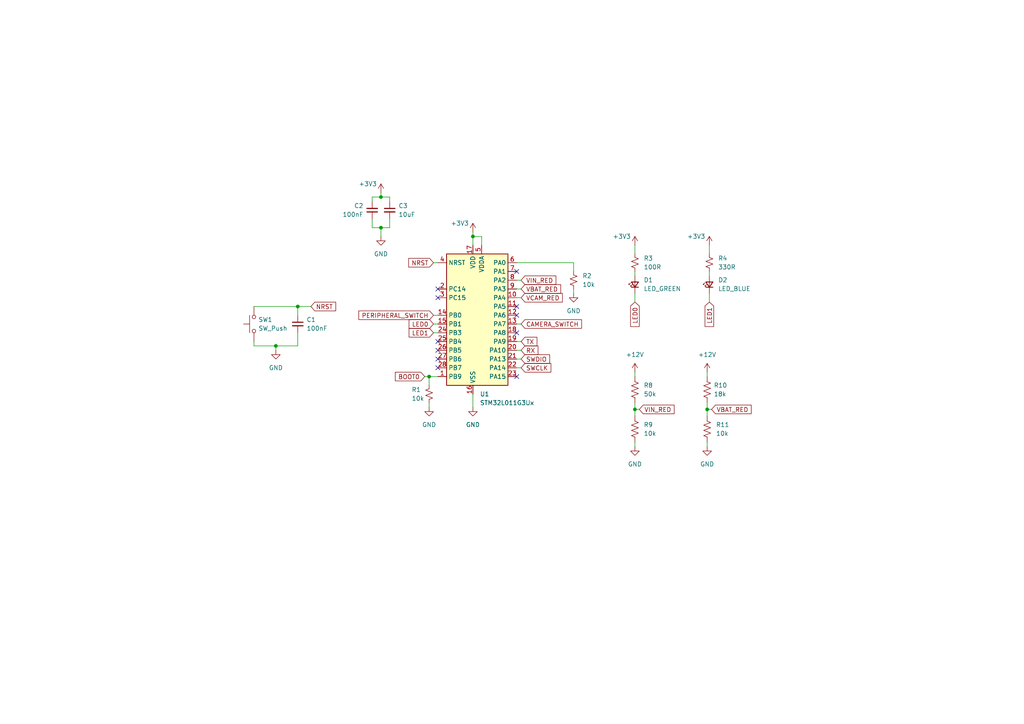
<source format=kicad_sch>
(kicad_sch (version 20211123) (generator eeschema)

  (uuid 75ffc65c-7132-4411-9f2a-ae0c73d79338)

  (paper "A4")

  (lib_symbols
    (symbol "Device:C_Small" (pin_numbers hide) (pin_names (offset 0.254) hide) (in_bom yes) (on_board yes)
      (property "Reference" "C" (id 0) (at 0.254 1.778 0)
        (effects (font (size 1.27 1.27)) (justify left))
      )
      (property "Value" "C_Small" (id 1) (at 0.254 -2.032 0)
        (effects (font (size 1.27 1.27)) (justify left))
      )
      (property "Footprint" "" (id 2) (at 0 0 0)
        (effects (font (size 1.27 1.27)) hide)
      )
      (property "Datasheet" "~" (id 3) (at 0 0 0)
        (effects (font (size 1.27 1.27)) hide)
      )
      (property "ki_keywords" "capacitor cap" (id 4) (at 0 0 0)
        (effects (font (size 1.27 1.27)) hide)
      )
      (property "ki_description" "Unpolarized capacitor, small symbol" (id 5) (at 0 0 0)
        (effects (font (size 1.27 1.27)) hide)
      )
      (property "ki_fp_filters" "C_*" (id 6) (at 0 0 0)
        (effects (font (size 1.27 1.27)) hide)
      )
      (symbol "C_Small_0_1"
        (polyline
          (pts
            (xy -1.524 -0.508)
            (xy 1.524 -0.508)
          )
          (stroke (width 0.3302) (type default) (color 0 0 0 0))
          (fill (type none))
        )
        (polyline
          (pts
            (xy -1.524 0.508)
            (xy 1.524 0.508)
          )
          (stroke (width 0.3048) (type default) (color 0 0 0 0))
          (fill (type none))
        )
      )
      (symbol "C_Small_1_1"
        (pin passive line (at 0 2.54 270) (length 2.032)
          (name "~" (effects (font (size 1.27 1.27))))
          (number "1" (effects (font (size 1.27 1.27))))
        )
        (pin passive line (at 0 -2.54 90) (length 2.032)
          (name "~" (effects (font (size 1.27 1.27))))
          (number "2" (effects (font (size 1.27 1.27))))
        )
      )
    )
    (symbol "Device:LED_Small" (pin_numbers hide) (pin_names (offset 0.254) hide) (in_bom yes) (on_board yes)
      (property "Reference" "D" (id 0) (at -1.27 3.175 0)
        (effects (font (size 1.27 1.27)) (justify left))
      )
      (property "Value" "LED_Small" (id 1) (at -4.445 -2.54 0)
        (effects (font (size 1.27 1.27)) (justify left))
      )
      (property "Footprint" "" (id 2) (at 0 0 90)
        (effects (font (size 1.27 1.27)) hide)
      )
      (property "Datasheet" "~" (id 3) (at 0 0 90)
        (effects (font (size 1.27 1.27)) hide)
      )
      (property "ki_keywords" "LED diode light-emitting-diode" (id 4) (at 0 0 0)
        (effects (font (size 1.27 1.27)) hide)
      )
      (property "ki_description" "Light emitting diode, small symbol" (id 5) (at 0 0 0)
        (effects (font (size 1.27 1.27)) hide)
      )
      (property "ki_fp_filters" "LED* LED_SMD:* LED_THT:*" (id 6) (at 0 0 0)
        (effects (font (size 1.27 1.27)) hide)
      )
      (symbol "LED_Small_0_1"
        (polyline
          (pts
            (xy -0.762 -1.016)
            (xy -0.762 1.016)
          )
          (stroke (width 0.254) (type default) (color 0 0 0 0))
          (fill (type none))
        )
        (polyline
          (pts
            (xy 1.016 0)
            (xy -0.762 0)
          )
          (stroke (width 0) (type default) (color 0 0 0 0))
          (fill (type none))
        )
        (polyline
          (pts
            (xy 0.762 -1.016)
            (xy -0.762 0)
            (xy 0.762 1.016)
            (xy 0.762 -1.016)
          )
          (stroke (width 0.254) (type default) (color 0 0 0 0))
          (fill (type none))
        )
        (polyline
          (pts
            (xy 0 0.762)
            (xy -0.508 1.27)
            (xy -0.254 1.27)
            (xy -0.508 1.27)
            (xy -0.508 1.016)
          )
          (stroke (width 0) (type default) (color 0 0 0 0))
          (fill (type none))
        )
        (polyline
          (pts
            (xy 0.508 1.27)
            (xy 0 1.778)
            (xy 0.254 1.778)
            (xy 0 1.778)
            (xy 0 1.524)
          )
          (stroke (width 0) (type default) (color 0 0 0 0))
          (fill (type none))
        )
      )
      (symbol "LED_Small_1_1"
        (pin passive line (at -2.54 0 0) (length 1.778)
          (name "K" (effects (font (size 1.27 1.27))))
          (number "1" (effects (font (size 1.27 1.27))))
        )
        (pin passive line (at 2.54 0 180) (length 1.778)
          (name "A" (effects (font (size 1.27 1.27))))
          (number "2" (effects (font (size 1.27 1.27))))
        )
      )
    )
    (symbol "Device:R_Small_US" (pin_numbers hide) (pin_names (offset 0.254) hide) (in_bom yes) (on_board yes)
      (property "Reference" "R" (id 0) (at 0.762 0.508 0)
        (effects (font (size 1.27 1.27)) (justify left))
      )
      (property "Value" "R_Small_US" (id 1) (at 0.762 -1.016 0)
        (effects (font (size 1.27 1.27)) (justify left))
      )
      (property "Footprint" "" (id 2) (at 0 0 0)
        (effects (font (size 1.27 1.27)) hide)
      )
      (property "Datasheet" "~" (id 3) (at 0 0 0)
        (effects (font (size 1.27 1.27)) hide)
      )
      (property "ki_keywords" "r resistor" (id 4) (at 0 0 0)
        (effects (font (size 1.27 1.27)) hide)
      )
      (property "ki_description" "Resistor, small US symbol" (id 5) (at 0 0 0)
        (effects (font (size 1.27 1.27)) hide)
      )
      (property "ki_fp_filters" "R_*" (id 6) (at 0 0 0)
        (effects (font (size 1.27 1.27)) hide)
      )
      (symbol "R_Small_US_1_1"
        (polyline
          (pts
            (xy 0 0)
            (xy 1.016 -0.381)
            (xy 0 -0.762)
            (xy -1.016 -1.143)
            (xy 0 -1.524)
          )
          (stroke (width 0) (type default) (color 0 0 0 0))
          (fill (type none))
        )
        (polyline
          (pts
            (xy 0 1.524)
            (xy 1.016 1.143)
            (xy 0 0.762)
            (xy -1.016 0.381)
            (xy 0 0)
          )
          (stroke (width 0) (type default) (color 0 0 0 0))
          (fill (type none))
        )
        (pin passive line (at 0 2.54 270) (length 1.016)
          (name "~" (effects (font (size 1.27 1.27))))
          (number "1" (effects (font (size 1.27 1.27))))
        )
        (pin passive line (at 0 -2.54 90) (length 1.016)
          (name "~" (effects (font (size 1.27 1.27))))
          (number "2" (effects (font (size 1.27 1.27))))
        )
      )
    )
    (symbol "Device:R_US" (pin_numbers hide) (pin_names (offset 0)) (in_bom yes) (on_board yes)
      (property "Reference" "R" (id 0) (at 2.54 0 90)
        (effects (font (size 1.27 1.27)))
      )
      (property "Value" "R_US" (id 1) (at -2.54 0 90)
        (effects (font (size 1.27 1.27)))
      )
      (property "Footprint" "" (id 2) (at 1.016 -0.254 90)
        (effects (font (size 1.27 1.27)) hide)
      )
      (property "Datasheet" "~" (id 3) (at 0 0 0)
        (effects (font (size 1.27 1.27)) hide)
      )
      (property "ki_keywords" "R res resistor" (id 4) (at 0 0 0)
        (effects (font (size 1.27 1.27)) hide)
      )
      (property "ki_description" "Resistor, US symbol" (id 5) (at 0 0 0)
        (effects (font (size 1.27 1.27)) hide)
      )
      (property "ki_fp_filters" "R_*" (id 6) (at 0 0 0)
        (effects (font (size 1.27 1.27)) hide)
      )
      (symbol "R_US_0_1"
        (polyline
          (pts
            (xy 0 -2.286)
            (xy 0 -2.54)
          )
          (stroke (width 0) (type default) (color 0 0 0 0))
          (fill (type none))
        )
        (polyline
          (pts
            (xy 0 2.286)
            (xy 0 2.54)
          )
          (stroke (width 0) (type default) (color 0 0 0 0))
          (fill (type none))
        )
        (polyline
          (pts
            (xy 0 -0.762)
            (xy 1.016 -1.143)
            (xy 0 -1.524)
            (xy -1.016 -1.905)
            (xy 0 -2.286)
          )
          (stroke (width 0) (type default) (color 0 0 0 0))
          (fill (type none))
        )
        (polyline
          (pts
            (xy 0 0.762)
            (xy 1.016 0.381)
            (xy 0 0)
            (xy -1.016 -0.381)
            (xy 0 -0.762)
          )
          (stroke (width 0) (type default) (color 0 0 0 0))
          (fill (type none))
        )
        (polyline
          (pts
            (xy 0 2.286)
            (xy 1.016 1.905)
            (xy 0 1.524)
            (xy -1.016 1.143)
            (xy 0 0.762)
          )
          (stroke (width 0) (type default) (color 0 0 0 0))
          (fill (type none))
        )
      )
      (symbol "R_US_1_1"
        (pin passive line (at 0 3.81 270) (length 1.27)
          (name "~" (effects (font (size 1.27 1.27))))
          (number "1" (effects (font (size 1.27 1.27))))
        )
        (pin passive line (at 0 -3.81 90) (length 1.27)
          (name "~" (effects (font (size 1.27 1.27))))
          (number "2" (effects (font (size 1.27 1.27))))
        )
      )
    )
    (symbol "MCU_ST_STM32L0:STM32L011G3Ux" (in_bom yes) (on_board yes)
      (property "Reference" "U" (id 0) (at -10.16 19.05 0)
        (effects (font (size 1.27 1.27)) (justify left))
      )
      (property "Value" "STM32L011G3Ux" (id 1) (at 2.54 19.05 0)
        (effects (font (size 1.27 1.27)) (justify left))
      )
      (property "Footprint" "Package_DFN_QFN:QFN-28_4x4mm_P0.5mm" (id 2) (at -10.16 -20.32 0)
        (effects (font (size 1.27 1.27)) (justify right) hide)
      )
      (property "Datasheet" "http://www.st.com/st-web-ui/static/active/en/resource/technical/document/datasheet/DM00206508.pdf" (id 3) (at 0 0 0)
        (effects (font (size 1.27 1.27)) hide)
      )
      (property "ki_keywords" "ARM Cortex-M0+ STM32L0 STM32L0x1" (id 4) (at 0 0 0)
        (effects (font (size 1.27 1.27)) hide)
      )
      (property "ki_description" "ARM Cortex-M0+ MCU, 8KB flash, 2KB RAM, 32MHz, 1.65-3.6V, 24 GPIO, UFQFPN-28" (id 5) (at 0 0 0)
        (effects (font (size 1.27 1.27)) hide)
      )
      (property "ki_fp_filters" "QFN*4x4mm*P0.5mm*" (id 6) (at 0 0 0)
        (effects (font (size 1.27 1.27)) hide)
      )
      (symbol "STM32L011G3Ux_0_1"
        (rectangle (start -10.16 -20.32) (end 7.62 17.78)
          (stroke (width 0.254) (type default) (color 0 0 0 0))
          (fill (type background))
        )
      )
      (symbol "STM32L011G3Ux_1_1"
        (pin bidirectional line (at -12.7 -17.78 0) (length 2.54)
          (name "PB9" (effects (font (size 1.27 1.27))))
          (number "1" (effects (font (size 1.27 1.27))))
        )
        (pin bidirectional line (at 10.16 5.08 180) (length 2.54)
          (name "PA4" (effects (font (size 1.27 1.27))))
          (number "10" (effects (font (size 1.27 1.27))))
        )
        (pin bidirectional line (at 10.16 2.54 180) (length 2.54)
          (name "PA5" (effects (font (size 1.27 1.27))))
          (number "11" (effects (font (size 1.27 1.27))))
        )
        (pin bidirectional line (at 10.16 0 180) (length 2.54)
          (name "PA6" (effects (font (size 1.27 1.27))))
          (number "12" (effects (font (size 1.27 1.27))))
        )
        (pin bidirectional line (at 10.16 -2.54 180) (length 2.54)
          (name "PA7" (effects (font (size 1.27 1.27))))
          (number "13" (effects (font (size 1.27 1.27))))
        )
        (pin bidirectional line (at -12.7 0 0) (length 2.54)
          (name "PB0" (effects (font (size 1.27 1.27))))
          (number "14" (effects (font (size 1.27 1.27))))
        )
        (pin bidirectional line (at -12.7 -2.54 0) (length 2.54)
          (name "PB1" (effects (font (size 1.27 1.27))))
          (number "15" (effects (font (size 1.27 1.27))))
        )
        (pin power_in line (at -2.54 -22.86 90) (length 2.54)
          (name "VSS" (effects (font (size 1.27 1.27))))
          (number "16" (effects (font (size 1.27 1.27))))
        )
        (pin power_in line (at -2.54 20.32 270) (length 2.54)
          (name "VDD" (effects (font (size 1.27 1.27))))
          (number "17" (effects (font (size 1.27 1.27))))
        )
        (pin bidirectional line (at 10.16 -5.08 180) (length 2.54)
          (name "PA8" (effects (font (size 1.27 1.27))))
          (number "18" (effects (font (size 1.27 1.27))))
        )
        (pin bidirectional line (at 10.16 -7.62 180) (length 2.54)
          (name "PA9" (effects (font (size 1.27 1.27))))
          (number "19" (effects (font (size 1.27 1.27))))
        )
        (pin bidirectional line (at -12.7 7.62 0) (length 2.54)
          (name "PC14" (effects (font (size 1.27 1.27))))
          (number "2" (effects (font (size 1.27 1.27))))
        )
        (pin bidirectional line (at 10.16 -10.16 180) (length 2.54)
          (name "PA10" (effects (font (size 1.27 1.27))))
          (number "20" (effects (font (size 1.27 1.27))))
        )
        (pin bidirectional line (at 10.16 -12.7 180) (length 2.54)
          (name "PA13" (effects (font (size 1.27 1.27))))
          (number "21" (effects (font (size 1.27 1.27))))
        )
        (pin bidirectional line (at 10.16 -15.24 180) (length 2.54)
          (name "PA14" (effects (font (size 1.27 1.27))))
          (number "22" (effects (font (size 1.27 1.27))))
        )
        (pin bidirectional line (at 10.16 -17.78 180) (length 2.54)
          (name "PA15" (effects (font (size 1.27 1.27))))
          (number "23" (effects (font (size 1.27 1.27))))
        )
        (pin bidirectional line (at -12.7 -5.08 0) (length 2.54)
          (name "PB3" (effects (font (size 1.27 1.27))))
          (number "24" (effects (font (size 1.27 1.27))))
        )
        (pin bidirectional line (at -12.7 -7.62 0) (length 2.54)
          (name "PB4" (effects (font (size 1.27 1.27))))
          (number "25" (effects (font (size 1.27 1.27))))
        )
        (pin bidirectional line (at -12.7 -10.16 0) (length 2.54)
          (name "PB5" (effects (font (size 1.27 1.27))))
          (number "26" (effects (font (size 1.27 1.27))))
        )
        (pin bidirectional line (at -12.7 -12.7 0) (length 2.54)
          (name "PB6" (effects (font (size 1.27 1.27))))
          (number "27" (effects (font (size 1.27 1.27))))
        )
        (pin bidirectional line (at -12.7 -15.24 0) (length 2.54)
          (name "PB7" (effects (font (size 1.27 1.27))))
          (number "28" (effects (font (size 1.27 1.27))))
        )
        (pin bidirectional line (at -12.7 5.08 0) (length 2.54)
          (name "PC15" (effects (font (size 1.27 1.27))))
          (number "3" (effects (font (size 1.27 1.27))))
        )
        (pin input line (at -12.7 15.24 0) (length 2.54)
          (name "NRST" (effects (font (size 1.27 1.27))))
          (number "4" (effects (font (size 1.27 1.27))))
        )
        (pin power_in line (at 0 20.32 270) (length 2.54)
          (name "VDDA" (effects (font (size 1.27 1.27))))
          (number "5" (effects (font (size 1.27 1.27))))
        )
        (pin bidirectional line (at 10.16 15.24 180) (length 2.54)
          (name "PA0" (effects (font (size 1.27 1.27))))
          (number "6" (effects (font (size 1.27 1.27))))
        )
        (pin bidirectional line (at 10.16 12.7 180) (length 2.54)
          (name "PA1" (effects (font (size 1.27 1.27))))
          (number "7" (effects (font (size 1.27 1.27))))
        )
        (pin bidirectional line (at 10.16 10.16 180) (length 2.54)
          (name "PA2" (effects (font (size 1.27 1.27))))
          (number "8" (effects (font (size 1.27 1.27))))
        )
        (pin bidirectional line (at 10.16 7.62 180) (length 2.54)
          (name "PA3" (effects (font (size 1.27 1.27))))
          (number "9" (effects (font (size 1.27 1.27))))
        )
      )
    )
    (symbol "Switch:SW_Push" (pin_numbers hide) (pin_names (offset 1.016) hide) (in_bom yes) (on_board yes)
      (property "Reference" "SW" (id 0) (at 1.27 2.54 0)
        (effects (font (size 1.27 1.27)) (justify left))
      )
      (property "Value" "SW_Push" (id 1) (at 0 -1.524 0)
        (effects (font (size 1.27 1.27)))
      )
      (property "Footprint" "" (id 2) (at 0 5.08 0)
        (effects (font (size 1.27 1.27)) hide)
      )
      (property "Datasheet" "~" (id 3) (at 0 5.08 0)
        (effects (font (size 1.27 1.27)) hide)
      )
      (property "ki_keywords" "switch normally-open pushbutton push-button" (id 4) (at 0 0 0)
        (effects (font (size 1.27 1.27)) hide)
      )
      (property "ki_description" "Push button switch, generic, two pins" (id 5) (at 0 0 0)
        (effects (font (size 1.27 1.27)) hide)
      )
      (symbol "SW_Push_0_1"
        (circle (center -2.032 0) (radius 0.508)
          (stroke (width 0) (type default) (color 0 0 0 0))
          (fill (type none))
        )
        (polyline
          (pts
            (xy 0 1.27)
            (xy 0 3.048)
          )
          (stroke (width 0) (type default) (color 0 0 0 0))
          (fill (type none))
        )
        (polyline
          (pts
            (xy 2.54 1.27)
            (xy -2.54 1.27)
          )
          (stroke (width 0) (type default) (color 0 0 0 0))
          (fill (type none))
        )
        (circle (center 2.032 0) (radius 0.508)
          (stroke (width 0) (type default) (color 0 0 0 0))
          (fill (type none))
        )
        (pin passive line (at -5.08 0 0) (length 2.54)
          (name "1" (effects (font (size 1.27 1.27))))
          (number "1" (effects (font (size 1.27 1.27))))
        )
        (pin passive line (at 5.08 0 180) (length 2.54)
          (name "2" (effects (font (size 1.27 1.27))))
          (number "2" (effects (font (size 1.27 1.27))))
        )
      )
    )
    (symbol "power:+12V" (power) (pin_names (offset 0)) (in_bom yes) (on_board yes)
      (property "Reference" "#PWR" (id 0) (at 0 -3.81 0)
        (effects (font (size 1.27 1.27)) hide)
      )
      (property "Value" "+12V" (id 1) (at 0 3.556 0)
        (effects (font (size 1.27 1.27)))
      )
      (property "Footprint" "" (id 2) (at 0 0 0)
        (effects (font (size 1.27 1.27)) hide)
      )
      (property "Datasheet" "" (id 3) (at 0 0 0)
        (effects (font (size 1.27 1.27)) hide)
      )
      (property "ki_keywords" "power-flag" (id 4) (at 0 0 0)
        (effects (font (size 1.27 1.27)) hide)
      )
      (property "ki_description" "Power symbol creates a global label with name \"+12V\"" (id 5) (at 0 0 0)
        (effects (font (size 1.27 1.27)) hide)
      )
      (symbol "+12V_0_1"
        (polyline
          (pts
            (xy -0.762 1.27)
            (xy 0 2.54)
          )
          (stroke (width 0) (type default) (color 0 0 0 0))
          (fill (type none))
        )
        (polyline
          (pts
            (xy 0 0)
            (xy 0 2.54)
          )
          (stroke (width 0) (type default) (color 0 0 0 0))
          (fill (type none))
        )
        (polyline
          (pts
            (xy 0 2.54)
            (xy 0.762 1.27)
          )
          (stroke (width 0) (type default) (color 0 0 0 0))
          (fill (type none))
        )
      )
      (symbol "+12V_1_1"
        (pin power_in line (at 0 0 90) (length 0) hide
          (name "+12V" (effects (font (size 1.27 1.27))))
          (number "1" (effects (font (size 1.27 1.27))))
        )
      )
    )
    (symbol "power:+3.3V" (power) (pin_names (offset 0)) (in_bom yes) (on_board yes)
      (property "Reference" "#PWR" (id 0) (at 0 -3.81 0)
        (effects (font (size 1.27 1.27)) hide)
      )
      (property "Value" "+3.3V" (id 1) (at 0 3.556 0)
        (effects (font (size 1.27 1.27)))
      )
      (property "Footprint" "" (id 2) (at 0 0 0)
        (effects (font (size 1.27 1.27)) hide)
      )
      (property "Datasheet" "" (id 3) (at 0 0 0)
        (effects (font (size 1.27 1.27)) hide)
      )
      (property "ki_keywords" "power-flag" (id 4) (at 0 0 0)
        (effects (font (size 1.27 1.27)) hide)
      )
      (property "ki_description" "Power symbol creates a global label with name \"+3.3V\"" (id 5) (at 0 0 0)
        (effects (font (size 1.27 1.27)) hide)
      )
      (symbol "+3.3V_0_1"
        (polyline
          (pts
            (xy -0.762 1.27)
            (xy 0 2.54)
          )
          (stroke (width 0) (type default) (color 0 0 0 0))
          (fill (type none))
        )
        (polyline
          (pts
            (xy 0 0)
            (xy 0 2.54)
          )
          (stroke (width 0) (type default) (color 0 0 0 0))
          (fill (type none))
        )
        (polyline
          (pts
            (xy 0 2.54)
            (xy 0.762 1.27)
          )
          (stroke (width 0) (type default) (color 0 0 0 0))
          (fill (type none))
        )
      )
      (symbol "+3.3V_1_1"
        (pin power_in line (at 0 0 90) (length 0) hide
          (name "+3V3" (effects (font (size 1.27 1.27))))
          (number "1" (effects (font (size 1.27 1.27))))
        )
      )
    )
    (symbol "power:GND" (power) (pin_names (offset 0)) (in_bom yes) (on_board yes)
      (property "Reference" "#PWR" (id 0) (at 0 -6.35 0)
        (effects (font (size 1.27 1.27)) hide)
      )
      (property "Value" "GND" (id 1) (at 0 -3.81 0)
        (effects (font (size 1.27 1.27)))
      )
      (property "Footprint" "" (id 2) (at 0 0 0)
        (effects (font (size 1.27 1.27)) hide)
      )
      (property "Datasheet" "" (id 3) (at 0 0 0)
        (effects (font (size 1.27 1.27)) hide)
      )
      (property "ki_keywords" "power-flag" (id 4) (at 0 0 0)
        (effects (font (size 1.27 1.27)) hide)
      )
      (property "ki_description" "Power symbol creates a global label with name \"GND\" , ground" (id 5) (at 0 0 0)
        (effects (font (size 1.27 1.27)) hide)
      )
      (symbol "GND_0_1"
        (polyline
          (pts
            (xy 0 0)
            (xy 0 -1.27)
            (xy 1.27 -1.27)
            (xy 0 -2.54)
            (xy -1.27 -1.27)
            (xy 0 -1.27)
          )
          (stroke (width 0) (type default) (color 0 0 0 0))
          (fill (type none))
        )
      )
      (symbol "GND_1_1"
        (pin power_in line (at 0 0 270) (length 0) hide
          (name "GND" (effects (font (size 1.27 1.27))))
          (number "1" (effects (font (size 1.27 1.27))))
        )
      )
    )
  )

  (junction (at 110.49 66.04) (diameter 0) (color 0 0 0 0)
    (uuid 14b1394c-4daa-4591-83de-8c658d31d3cf)
  )
  (junction (at 184.15 118.745) (diameter 0) (color 0 0 0 0)
    (uuid 15ee800b-d686-4d72-b7ce-702b9f0bfa3c)
  )
  (junction (at 80.01 100.33) (diameter 0) (color 0 0 0 0)
    (uuid 3f2558ba-4a3b-461f-bdde-8fbea9a21b97)
  )
  (junction (at 205.105 118.745) (diameter 0) (color 0 0 0 0)
    (uuid 4bb8fe08-9745-4007-8e9d-685f3cb9be80)
  )
  (junction (at 137.16 68.58) (diameter 0) (color 0 0 0 0)
    (uuid 76a61fd0-1df7-4b60-88fb-412e592a3c09)
  )
  (junction (at 110.49 57.15) (diameter 0) (color 0 0 0 0)
    (uuid 82048b9c-3a0f-4ed2-a48a-11a7f37c64d8)
  )
  (junction (at 86.36 88.9) (diameter 0) (color 0 0 0 0)
    (uuid af1d08d8-cc78-4f27-b721-80477f53b214)
  )
  (junction (at 124.46 109.22) (diameter 0) (color 0 0 0 0)
    (uuid bfddbcf8-4e82-4106-acba-67447b8cd3fd)
  )

  (no_connect (at 127 83.82) (uuid 32da0ec7-4e7d-4c33-a9bd-b4856dc9b941))
  (no_connect (at 127 99.06) (uuid 4bd5e9e7-7494-421d-b839-ff34cd5d42ef))
  (no_connect (at 127 101.6) (uuid 4bd5e9e7-7494-421d-b839-ff34cd5d42f0))
  (no_connect (at 127 104.14) (uuid 4bd5e9e7-7494-421d-b839-ff34cd5d42f1))
  (no_connect (at 127 106.68) (uuid 4bd5e9e7-7494-421d-b839-ff34cd5d42f2))
  (no_connect (at 149.86 91.44) (uuid 655e86c5-d392-4aba-b48e-418b08fd03bf))
  (no_connect (at 149.86 78.74) (uuid 82840feb-1565-4309-88d9-a3cc42b89ae3))
  (no_connect (at 149.86 96.52) (uuid 8c27a9d5-8435-4c95-89d8-393f49595c95))
  (no_connect (at 127 86.36) (uuid e7096044-e301-450f-a89c-5162486d1a98))
  (no_connect (at 149.86 88.9) (uuid eac8c26d-28bc-487c-85a3-efca6758ee56))
  (no_connect (at 149.86 109.22) (uuid ee95cb64-743e-4a6c-9583-b3b400bdd29e))

  (wire (pts (xy 124.46 111.76) (xy 124.46 109.22))
    (stroke (width 0) (type default) (color 0 0 0 0))
    (uuid 03e75767-9c37-4c75-baec-b58c99f1e4d0)
  )
  (wire (pts (xy 149.86 106.68) (xy 151.13 106.68))
    (stroke (width 0) (type default) (color 0 0 0 0))
    (uuid 0c0e6b8f-cbf6-44d9-be38-4e8b1191ac1f)
  )
  (wire (pts (xy 166.37 83.82) (xy 166.37 85.09))
    (stroke (width 0) (type default) (color 0 0 0 0))
    (uuid 0f0ef548-c918-49f8-9108-e76c6926759d)
  )
  (wire (pts (xy 205.74 78.74) (xy 205.74 80.01))
    (stroke (width 0) (type default) (color 0 0 0 0))
    (uuid 139ed1ac-ae38-4dd2-973f-5440fe79d35b)
  )
  (wire (pts (xy 205.105 107.95) (xy 205.105 109.22))
    (stroke (width 0) (type default) (color 0 0 0 0))
    (uuid 1c1f8538-b16a-455b-b1e7-c45f359b1b72)
  )
  (wire (pts (xy 137.16 67.31) (xy 137.16 68.58))
    (stroke (width 0) (type default) (color 0 0 0 0))
    (uuid 21d795a5-e19b-49bd-bea5-cb0f9461150a)
  )
  (wire (pts (xy 139.7 68.58) (xy 139.7 71.12))
    (stroke (width 0) (type default) (color 0 0 0 0))
    (uuid 274a6d02-e81c-47be-99ee-ac0d950ca79a)
  )
  (wire (pts (xy 73.66 100.33) (xy 80.01 100.33))
    (stroke (width 0) (type default) (color 0 0 0 0))
    (uuid 286f4164-74fd-4516-bab9-4651bceb1e99)
  )
  (wire (pts (xy 107.95 57.15) (xy 110.49 57.15))
    (stroke (width 0) (type default) (color 0 0 0 0))
    (uuid 374ddff5-0da3-4c1a-9cf4-3e7dd0779e2b)
  )
  (wire (pts (xy 110.49 55.88) (xy 110.49 57.15))
    (stroke (width 0) (type default) (color 0 0 0 0))
    (uuid 37569432-f7ca-4813-a4ee-373eb7f694ca)
  )
  (wire (pts (xy 80.01 100.33) (xy 80.01 101.6))
    (stroke (width 0) (type default) (color 0 0 0 0))
    (uuid 39a3b32f-164a-4463-9853-2415c367fee5)
  )
  (wire (pts (xy 137.16 68.58) (xy 139.7 68.58))
    (stroke (width 0) (type default) (color 0 0 0 0))
    (uuid 4285f8da-5a9d-48af-927c-478086ae77c6)
  )
  (wire (pts (xy 110.49 66.04) (xy 110.49 68.58))
    (stroke (width 0) (type default) (color 0 0 0 0))
    (uuid 4470eb6c-73b0-4472-96ef-f239ec38c82f)
  )
  (wire (pts (xy 110.49 57.15) (xy 113.03 57.15))
    (stroke (width 0) (type default) (color 0 0 0 0))
    (uuid 5069d049-618a-4610-91fb-31bc458fd817)
  )
  (wire (pts (xy 184.15 85.09) (xy 184.15 87.63))
    (stroke (width 0) (type default) (color 0 0 0 0))
    (uuid 51ca531b-035d-45dd-92b6-0f27ed28f484)
  )
  (wire (pts (xy 125.73 93.98) (xy 127 93.98))
    (stroke (width 0) (type default) (color 0 0 0 0))
    (uuid 5299ee51-18a7-40fd-a304-fef7ed9b08a4)
  )
  (wire (pts (xy 125.73 76.2) (xy 127 76.2))
    (stroke (width 0) (type default) (color 0 0 0 0))
    (uuid 53785e42-3cd0-4adc-9c94-b45e267f3b40)
  )
  (wire (pts (xy 149.86 101.6) (xy 151.13 101.6))
    (stroke (width 0) (type default) (color 0 0 0 0))
    (uuid 54a7baa4-cf63-476b-87ed-12ef2b155ba9)
  )
  (wire (pts (xy 149.86 83.82) (xy 151.13 83.82))
    (stroke (width 0) (type default) (color 0 0 0 0))
    (uuid 5798cbf0-f001-4d1f-83a3-f644a36fcd05)
  )
  (wire (pts (xy 86.36 88.9) (xy 86.36 91.44))
    (stroke (width 0) (type default) (color 0 0 0 0))
    (uuid 57ddb956-a4c6-4e1b-91c6-3ed999b8316b)
  )
  (wire (pts (xy 73.66 99.06) (xy 73.66 100.33))
    (stroke (width 0) (type default) (color 0 0 0 0))
    (uuid 5f1a0918-cc9c-4cdb-a92f-95e0c6e4a39e)
  )
  (wire (pts (xy 125.73 96.52) (xy 127 96.52))
    (stroke (width 0) (type default) (color 0 0 0 0))
    (uuid 631a8614-33a1-42ac-ad29-87f64a3a3729)
  )
  (wire (pts (xy 113.03 66.04) (xy 113.03 63.5))
    (stroke (width 0) (type default) (color 0 0 0 0))
    (uuid 638c2b68-5c53-4d76-b95b-019c6912b059)
  )
  (wire (pts (xy 113.03 57.15) (xy 113.03 58.42))
    (stroke (width 0) (type default) (color 0 0 0 0))
    (uuid 6ca35fdd-4d72-41fd-acdf-262842119a33)
  )
  (wire (pts (xy 184.15 118.745) (xy 184.15 120.65))
    (stroke (width 0) (type default) (color 0 0 0 0))
    (uuid 7a10809c-8a4e-418b-8acd-46f320c31906)
  )
  (wire (pts (xy 205.105 118.745) (xy 205.105 120.65))
    (stroke (width 0) (type default) (color 0 0 0 0))
    (uuid 7e05e373-fc2c-4f47-bb42-ec8f165d4b00)
  )
  (wire (pts (xy 107.95 66.04) (xy 110.49 66.04))
    (stroke (width 0) (type default) (color 0 0 0 0))
    (uuid 85fa5704-8fd8-4f8a-b4a7-049227a2e39f)
  )
  (wire (pts (xy 137.16 68.58) (xy 137.16 71.12))
    (stroke (width 0) (type default) (color 0 0 0 0))
    (uuid 8a6aa9cb-6e1a-4b7a-9fc0-7439ea8d609d)
  )
  (wire (pts (xy 205.105 128.27) (xy 205.105 129.54))
    (stroke (width 0) (type default) (color 0 0 0 0))
    (uuid 8dfc7bc0-5032-49d3-9ac7-f14022da42a3)
  )
  (wire (pts (xy 149.86 93.98) (xy 151.13 93.98))
    (stroke (width 0) (type default) (color 0 0 0 0))
    (uuid 8effd443-b0b6-40d4-943d-96cc25aee3c6)
  )
  (wire (pts (xy 184.15 107.95) (xy 184.15 109.22))
    (stroke (width 0) (type default) (color 0 0 0 0))
    (uuid 9c7ebbf2-1890-46c5-af4a-9a5cc71c2e65)
  )
  (wire (pts (xy 184.15 116.84) (xy 184.15 118.745))
    (stroke (width 0) (type default) (color 0 0 0 0))
    (uuid 9dcbbc55-7fe6-4345-aa44-052391a66d4c)
  )
  (wire (pts (xy 205.74 85.09) (xy 205.74 87.63))
    (stroke (width 0) (type default) (color 0 0 0 0))
    (uuid 9e1d45bb-30b5-423f-ad35-bb2852ee37fa)
  )
  (wire (pts (xy 123.19 109.22) (xy 124.46 109.22))
    (stroke (width 0) (type default) (color 0 0 0 0))
    (uuid a33a4949-558e-4786-9e52-6a0005e39697)
  )
  (wire (pts (xy 86.36 100.33) (xy 80.01 100.33))
    (stroke (width 0) (type default) (color 0 0 0 0))
    (uuid a39af839-3b37-4605-8ff3-3a45bd693ba6)
  )
  (wire (pts (xy 107.95 63.5) (xy 107.95 66.04))
    (stroke (width 0) (type default) (color 0 0 0 0))
    (uuid a433789b-a541-4f8a-9599-b776d735d765)
  )
  (wire (pts (xy 86.36 96.52) (xy 86.36 100.33))
    (stroke (width 0) (type default) (color 0 0 0 0))
    (uuid a83cdf23-b700-4b57-9872-4d7c9abd9155)
  )
  (wire (pts (xy 205.105 118.745) (xy 206.375 118.745))
    (stroke (width 0) (type default) (color 0 0 0 0))
    (uuid ab6d2253-a054-4ad9-8cd2-c099c3c7d414)
  )
  (wire (pts (xy 166.37 76.2) (xy 166.37 78.74))
    (stroke (width 0) (type default) (color 0 0 0 0))
    (uuid ac3f84a8-63f1-4b4e-bc0d-77ed42a79d11)
  )
  (wire (pts (xy 90.17 88.9) (xy 86.36 88.9))
    (stroke (width 0) (type default) (color 0 0 0 0))
    (uuid ad81a9a6-f25c-4c09-9b63-a387dcd9cb14)
  )
  (wire (pts (xy 184.15 128.27) (xy 184.15 129.54))
    (stroke (width 0) (type default) (color 0 0 0 0))
    (uuid b0fc68a7-b44c-4f36-94fd-ef1344832674)
  )
  (wire (pts (xy 205.74 71.12) (xy 205.74 73.66))
    (stroke (width 0) (type default) (color 0 0 0 0))
    (uuid b3b356b6-df27-43f3-a1a2-ea52eeb603d8)
  )
  (wire (pts (xy 124.46 116.84) (xy 124.46 118.11))
    (stroke (width 0) (type default) (color 0 0 0 0))
    (uuid b476715f-cc57-4130-a5cd-755f3641ef0b)
  )
  (wire (pts (xy 137.16 114.3) (xy 137.16 118.11))
    (stroke (width 0) (type default) (color 0 0 0 0))
    (uuid bb78bcc8-2207-436d-85e8-1a293d8d6b70)
  )
  (wire (pts (xy 73.66 88.9) (xy 86.36 88.9))
    (stroke (width 0) (type default) (color 0 0 0 0))
    (uuid cc7d788c-6b50-45aa-bc6f-8f982aa3fb15)
  )
  (wire (pts (xy 107.95 57.15) (xy 107.95 58.42))
    (stroke (width 0) (type default) (color 0 0 0 0))
    (uuid d3de8391-d804-49e7-ab17-2c2e0feb809e)
  )
  (wire (pts (xy 149.86 99.06) (xy 151.13 99.06))
    (stroke (width 0) (type default) (color 0 0 0 0))
    (uuid d414a501-c723-4027-b3dc-dc55b30c6bfc)
  )
  (wire (pts (xy 149.86 86.36) (xy 151.13 86.36))
    (stroke (width 0) (type default) (color 0 0 0 0))
    (uuid d4a96037-c906-475b-895c-6fe741b209b3)
  )
  (wire (pts (xy 149.86 104.14) (xy 151.13 104.14))
    (stroke (width 0) (type default) (color 0 0 0 0))
    (uuid dc1b6b19-ccbc-4248-8ca8-8304abf46fd8)
  )
  (wire (pts (xy 184.15 118.745) (xy 185.42 118.745))
    (stroke (width 0) (type default) (color 0 0 0 0))
    (uuid e16d789c-875b-4515-9426-85320aecddab)
  )
  (wire (pts (xy 184.15 78.74) (xy 184.15 80.01))
    (stroke (width 0) (type default) (color 0 0 0 0))
    (uuid e6bf1bb3-d38c-42ea-a9f8-0d675611eb45)
  )
  (wire (pts (xy 125.73 91.44) (xy 127 91.44))
    (stroke (width 0) (type default) (color 0 0 0 0))
    (uuid ebadc82c-41f0-420d-8df8-9d16a4db976d)
  )
  (wire (pts (xy 205.105 116.84) (xy 205.105 118.745))
    (stroke (width 0) (type default) (color 0 0 0 0))
    (uuid ecc1ee45-3d68-4c59-bd5c-20a824469fa3)
  )
  (wire (pts (xy 124.46 109.22) (xy 127 109.22))
    (stroke (width 0) (type default) (color 0 0 0 0))
    (uuid f1be1b66-48bb-4433-94c6-43c6c05195fe)
  )
  (wire (pts (xy 184.15 71.12) (xy 184.15 73.66))
    (stroke (width 0) (type default) (color 0 0 0 0))
    (uuid f476625a-c9ca-49f8-bf42-6d8dd1ddaf59)
  )
  (wire (pts (xy 149.86 81.28) (xy 151.13 81.28))
    (stroke (width 0) (type default) (color 0 0 0 0))
    (uuid f479c339-3a5b-4069-8d93-2d7eb1cca77d)
  )
  (wire (pts (xy 166.37 76.2) (xy 149.86 76.2))
    (stroke (width 0) (type default) (color 0 0 0 0))
    (uuid fb79ccb7-6b60-4225-92e3-0bc95a22f32a)
  )
  (wire (pts (xy 110.49 66.04) (xy 113.03 66.04))
    (stroke (width 0) (type default) (color 0 0 0 0))
    (uuid ff863c04-3a15-420e-9bda-1991f8da8948)
  )

  (global_label "LED0" (shape input) (at 125.73 93.98 180) (fields_autoplaced)
    (effects (font (size 1.27 1.27)) (justify right))
    (uuid 06a23b65-c458-4081-aaa1-40d0a658a2d4)
    (property "Intersheet References" "${INTERSHEET_REFS}" (id 0) (at 118.6602 93.9006 0)
      (effects (font (size 1.27 1.27)) (justify right) hide)
    )
  )
  (global_label "VBAT_RED" (shape input) (at 151.13 83.82 0) (fields_autoplaced)
    (effects (font (size 1.27 1.27)) (justify left))
    (uuid 06ab3080-ead1-405d-8478-570f89e01714)
    (property "Intersheet References" "${INTERSHEET_REFS}" (id 0) (at 162.6145 83.7406 0)
      (effects (font (size 1.27 1.27)) (justify left) hide)
    )
  )
  (global_label "LED0" (shape input) (at 184.15 87.63 270) (fields_autoplaced)
    (effects (font (size 1.27 1.27)) (justify right))
    (uuid 1d86cb7b-25e8-4de9-910f-59db27d3f628)
    (property "Intersheet References" "${INTERSHEET_REFS}" (id 0) (at 184.0706 94.6998 90)
      (effects (font (size 1.27 1.27)) (justify right) hide)
    )
  )
  (global_label "TX" (shape input) (at 151.13 99.06 0) (fields_autoplaced)
    (effects (font (size 1.27 1.27)) (justify left))
    (uuid 1f5d0609-6328-4e88-86b2-38e6cc1e4a3c)
    (property "Intersheet References" "${INTERSHEET_REFS}" (id 0) (at 155.7202 98.9806 0)
      (effects (font (size 1.27 1.27)) (justify left) hide)
    )
  )
  (global_label "BOOT0" (shape input) (at 123.19 109.22 180) (fields_autoplaced)
    (effects (font (size 1.27 1.27)) (justify right))
    (uuid 249a6c2c-fa89-4eee-958b-e1b6107180bd)
    (property "Intersheet References" "${INTERSHEET_REFS}" (id 0) (at 114.6688 109.1406 0)
      (effects (font (size 1.27 1.27)) (justify right) hide)
    )
  )
  (global_label "NRST" (shape input) (at 90.17 88.9 0) (fields_autoplaced)
    (effects (font (size 1.27 1.27)) (justify left))
    (uuid 255abad6-a7d7-46f0-ae50-1a5d6420d7fc)
    (property "Intersheet References" "${INTERSHEET_REFS}" (id 0) (at 97.3607 88.9794 0)
      (effects (font (size 1.27 1.27)) (justify left) hide)
    )
  )
  (global_label "PERIPHERAL_SWITCH" (shape input) (at 125.73 91.44 180) (fields_autoplaced)
    (effects (font (size 1.27 1.27)) (justify right))
    (uuid 2ff9d7a6-b249-453e-b010-e44f393ca31d)
    (property "Intersheet References" "${INTERSHEET_REFS}" (id 0) (at 104.0855 91.3606 0)
      (effects (font (size 1.27 1.27)) (justify right) hide)
    )
  )
  (global_label "VIN_RED" (shape input) (at 185.42 118.745 0) (fields_autoplaced)
    (effects (font (size 1.27 1.27)) (justify left))
    (uuid 3aefe631-96c3-43fc-a61b-602bc7690a05)
    (property "Intersheet References" "${INTERSHEET_REFS}" (id 0) (at 195.5136 118.6656 0)
      (effects (font (size 1.27 1.27)) (justify left) hide)
    )
  )
  (global_label "NRST" (shape input) (at 125.73 76.2 180) (fields_autoplaced)
    (effects (font (size 1.27 1.27)) (justify right))
    (uuid 41d61275-7588-41de-9c27-01f35f46da91)
    (property "Intersheet References" "${INTERSHEET_REFS}" (id 0) (at 118.5393 76.1206 0)
      (effects (font (size 1.27 1.27)) (justify right) hide)
    )
  )
  (global_label "CAMERA_SWITCH" (shape input) (at 151.13 93.98 0) (fields_autoplaced)
    (effects (font (size 1.27 1.27)) (justify left))
    (uuid 42a2b2c3-5ebb-49d9-aedb-3a59eff4693b)
    (property "Intersheet References" "${INTERSHEET_REFS}" (id 0) (at 168.6621 93.9006 0)
      (effects (font (size 1.27 1.27)) (justify left) hide)
    )
  )
  (global_label "SWCLK" (shape input) (at 151.13 106.68 0) (fields_autoplaced)
    (effects (font (size 1.27 1.27)) (justify left))
    (uuid 4559dd26-8d90-4217-a8b2-1adb39d7efbd)
    (property "Intersheet References" "${INTERSHEET_REFS}" (id 0) (at 159.7721 106.6006 0)
      (effects (font (size 1.27 1.27)) (justify left) hide)
    )
  )
  (global_label "RX" (shape input) (at 151.13 101.6 0) (fields_autoplaced)
    (effects (font (size 1.27 1.27)) (justify left))
    (uuid 4d725420-6af4-4f2b-9b32-47e2bcd9fca1)
    (property "Intersheet References" "${INTERSHEET_REFS}" (id 0) (at 156.0226 101.5206 0)
      (effects (font (size 1.27 1.27)) (justify left) hide)
    )
  )
  (global_label "VBAT_RED" (shape input) (at 206.375 118.745 0) (fields_autoplaced)
    (effects (font (size 1.27 1.27)) (justify left))
    (uuid 5cd98262-8c60-423b-9d04-d1e6d13c746d)
    (property "Intersheet References" "${INTERSHEET_REFS}" (id 0) (at 217.8595 118.6656 0)
      (effects (font (size 1.27 1.27)) (justify left) hide)
    )
  )
  (global_label "VIN_RED" (shape input) (at 151.13 81.28 0) (fields_autoplaced)
    (effects (font (size 1.27 1.27)) (justify left))
    (uuid 67d1cd28-dd45-4fbd-b34b-ee0989d9196d)
    (property "Intersheet References" "${INTERSHEET_REFS}" (id 0) (at 161.2236 81.2006 0)
      (effects (font (size 1.27 1.27)) (justify left) hide)
    )
  )
  (global_label "LED1" (shape input) (at 125.73 96.52 180) (fields_autoplaced)
    (effects (font (size 1.27 1.27)) (justify right))
    (uuid 681fd7f9-0a51-41ee-b732-53f4406467a0)
    (property "Intersheet References" "${INTERSHEET_REFS}" (id 0) (at 118.6602 96.4406 0)
      (effects (font (size 1.27 1.27)) (justify right) hide)
    )
  )
  (global_label "SWDIO" (shape input) (at 151.13 104.14 0) (fields_autoplaced)
    (effects (font (size 1.27 1.27)) (justify left))
    (uuid 6ccd433d-6c2a-4816-b21d-4a0768a4b1bf)
    (property "Intersheet References" "${INTERSHEET_REFS}" (id 0) (at 159.4093 104.0606 0)
      (effects (font (size 1.27 1.27)) (justify left) hide)
    )
  )
  (global_label "VCAM_RED" (shape input) (at 151.13 86.36 0) (fields_autoplaced)
    (effects (font (size 1.27 1.27)) (justify left))
    (uuid d08ca9f9-96f6-4fa5-80db-536b9e275122)
    (property "Intersheet References" "${INTERSHEET_REFS}" (id 0) (at 163.0983 86.2806 0)
      (effects (font (size 1.27 1.27)) (justify left) hide)
    )
  )
  (global_label "LED1" (shape input) (at 205.74 87.63 270) (fields_autoplaced)
    (effects (font (size 1.27 1.27)) (justify right))
    (uuid ea6eff50-e09d-443a-962a-d87949ee119f)
    (property "Intersheet References" "${INTERSHEET_REFS}" (id 0) (at 205.6606 94.6998 90)
      (effects (font (size 1.27 1.27)) (justify right) hide)
    )
  )

  (symbol (lib_id "power:+3.3V") (at 110.49 55.88 0) (unit 1)
    (in_bom yes) (on_board yes)
    (uuid 04ae9dc7-e23f-4df7-98f3-af64bef85e7c)
    (property "Reference" "#PWR02" (id 0) (at 110.49 59.69 0)
      (effects (font (size 1.27 1.27)) hide)
    )
    (property "Value" "+3.3V" (id 1) (at 106.68 53.34 0))
    (property "Footprint" "" (id 2) (at 110.49 55.88 0)
      (effects (font (size 1.27 1.27)) hide)
    )
    (property "Datasheet" "" (id 3) (at 110.49 55.88 0)
      (effects (font (size 1.27 1.27)) hide)
    )
    (pin "1" (uuid 784d66c8-9a2b-48d1-a85e-9fa6228832cd))
  )

  (symbol (lib_id "Device:R_Small_US") (at 205.74 76.2 0) (unit 1)
    (in_bom yes) (on_board yes)
    (uuid 0a616614-591a-48b8-9bed-bb3314ba8c5c)
    (property "Reference" "R4" (id 0) (at 208.28 74.9299 0)
      (effects (font (size 1.27 1.27)) (justify left))
    )
    (property "Value" "330R" (id 1) (at 208.28 77.4699 0)
      (effects (font (size 1.27 1.27)) (justify left))
    )
    (property "Footprint" "Resistor_SMD:R_0603_1608Metric" (id 2) (at 205.74 76.2 0)
      (effects (font (size 1.27 1.27)) hide)
    )
    (property "Datasheet" "~" (id 3) (at 205.74 76.2 0)
      (effects (font (size 1.27 1.27)) hide)
    )
    (pin "1" (uuid c67326a1-42c1-40cf-a2e1-4ac41ebd7fb8))
    (pin "2" (uuid 65547a2e-eea4-410b-8580-f7fedddacd36))
  )

  (symbol (lib_id "Device:R_Small_US") (at 184.15 76.2 0) (unit 1)
    (in_bom yes) (on_board yes) (fields_autoplaced)
    (uuid 2000be9e-a196-49f4-aa32-621d466020ad)
    (property "Reference" "R3" (id 0) (at 186.69 74.9299 0)
      (effects (font (size 1.27 1.27)) (justify left))
    )
    (property "Value" "100R" (id 1) (at 186.69 77.4699 0)
      (effects (font (size 1.27 1.27)) (justify left))
    )
    (property "Footprint" "Resistor_SMD:R_0603_1608Metric" (id 2) (at 184.15 76.2 0)
      (effects (font (size 1.27 1.27)) hide)
    )
    (property "Datasheet" "~" (id 3) (at 184.15 76.2 0)
      (effects (font (size 1.27 1.27)) hide)
    )
    (pin "1" (uuid 29a19017-d1f9-4478-8cdf-64096abcba65))
    (pin "2" (uuid 76450cc8-f72e-4559-80b4-a6096318edf3))
  )

  (symbol (lib_id "power:GND") (at 184.15 129.54 0) (unit 1)
    (in_bom yes) (on_board yes) (fields_autoplaced)
    (uuid 368344d9-8ba8-4a86-9eaf-9bd02b2c95ce)
    (property "Reference" "#PWR0110" (id 0) (at 184.15 135.89 0)
      (effects (font (size 1.27 1.27)) hide)
    )
    (property "Value" "GND" (id 1) (at 184.15 134.62 0))
    (property "Footprint" "" (id 2) (at 184.15 129.54 0)
      (effects (font (size 1.27 1.27)) hide)
    )
    (property "Datasheet" "" (id 3) (at 184.15 129.54 0)
      (effects (font (size 1.27 1.27)) hide)
    )
    (pin "1" (uuid d6119426-96df-495e-9db5-aaba49532b3b))
  )

  (symbol (lib_id "power:+12V") (at 205.105 107.95 0) (unit 1)
    (in_bom yes) (on_board yes) (fields_autoplaced)
    (uuid 3d30cfec-28ad-446b-9cc1-c7f957604259)
    (property "Reference" "#PWR0112" (id 0) (at 205.105 111.76 0)
      (effects (font (size 1.27 1.27)) hide)
    )
    (property "Value" "+12V" (id 1) (at 205.105 102.87 0))
    (property "Footprint" "" (id 2) (at 205.105 107.95 0)
      (effects (font (size 1.27 1.27)) hide)
    )
    (property "Datasheet" "" (id 3) (at 205.105 107.95 0)
      (effects (font (size 1.27 1.27)) hide)
    )
    (pin "1" (uuid afa23fc4-3541-4acc-a07a-084fd550587f))
  )

  (symbol (lib_id "Device:R_US") (at 205.105 113.03 0) (unit 1)
    (in_bom yes) (on_board yes) (fields_autoplaced)
    (uuid 47987731-ba2e-4fb5-9e07-b95440e8f192)
    (property "Reference" "R10" (id 0) (at 207.01 111.7599 0)
      (effects (font (size 1.27 1.27)) (justify left))
    )
    (property "Value" "18k" (id 1) (at 207.01 114.2999 0)
      (effects (font (size 1.27 1.27)) (justify left))
    )
    (property "Footprint" "Resistor_SMD:R_0402_1005Metric" (id 2) (at 206.121 113.284 90)
      (effects (font (size 1.27 1.27)) hide)
    )
    (property "Datasheet" "~" (id 3) (at 205.105 113.03 0)
      (effects (font (size 1.27 1.27)) hide)
    )
    (pin "1" (uuid c53ae46b-39b6-44ea-8a23-392a2e8af12f))
    (pin "2" (uuid 2413d005-e346-4012-a5d7-702752e446bc))
  )

  (symbol (lib_id "power:GND") (at 110.49 68.58 0) (unit 1)
    (in_bom yes) (on_board yes) (fields_autoplaced)
    (uuid 4be9f2c5-e623-47c5-a2ac-bc80517970ed)
    (property "Reference" "#PWR03" (id 0) (at 110.49 74.93 0)
      (effects (font (size 1.27 1.27)) hide)
    )
    (property "Value" "GND" (id 1) (at 110.49 73.66 0))
    (property "Footprint" "" (id 2) (at 110.49 68.58 0)
      (effects (font (size 1.27 1.27)) hide)
    )
    (property "Datasheet" "" (id 3) (at 110.49 68.58 0)
      (effects (font (size 1.27 1.27)) hide)
    )
    (pin "1" (uuid d98b6235-d1cc-45d4-874d-181d588f38aa))
  )

  (symbol (lib_id "Device:LED_Small") (at 205.74 82.55 90) (unit 1)
    (in_bom yes) (on_board yes) (fields_autoplaced)
    (uuid 5094bcc9-5a29-4c7c-b71f-990de750b4d8)
    (property "Reference" "D2" (id 0) (at 208.28 81.2164 90)
      (effects (font (size 1.27 1.27)) (justify right))
    )
    (property "Value" "LED_BLUE" (id 1) (at 208.28 83.7564 90)
      (effects (font (size 1.27 1.27)) (justify right))
    )
    (property "Footprint" "LED_SMD:LED_0805_2012Metric" (id 2) (at 205.74 82.55 90)
      (effects (font (size 1.27 1.27)) hide)
    )
    (property "Datasheet" "~" (id 3) (at 205.74 82.55 90)
      (effects (font (size 1.27 1.27)) hide)
    )
    (property "Digikey" "https://www.digikey.com/en/products/detail/dialight/5973605607F/9385449" (id 4) (at 205.74 82.55 90)
      (effects (font (size 1.27 1.27)) hide)
    )
    (pin "1" (uuid 600addd7-5b56-4cb5-b910-4eb7613065bd))
    (pin "2" (uuid e58618cb-d735-4f69-82c2-1dc93ba73118))
  )

  (symbol (lib_id "Device:R_US") (at 205.105 124.46 0) (unit 1)
    (in_bom yes) (on_board yes) (fields_autoplaced)
    (uuid 531d1fe7-8fe9-4958-af2d-a27615402ecf)
    (property "Reference" "R11" (id 0) (at 207.645 123.1899 0)
      (effects (font (size 1.27 1.27)) (justify left))
    )
    (property "Value" "10k" (id 1) (at 207.645 125.7299 0)
      (effects (font (size 1.27 1.27)) (justify left))
    )
    (property "Footprint" "Resistor_SMD:R_0402_1005Metric" (id 2) (at 206.121 124.714 90)
      (effects (font (size 1.27 1.27)) hide)
    )
    (property "Datasheet" "~" (id 3) (at 205.105 124.46 0)
      (effects (font (size 1.27 1.27)) hide)
    )
    (pin "1" (uuid 3f6e2b81-a857-4fdb-afd9-4dae30274ee7))
    (pin "2" (uuid 851a336b-2a11-43af-a703-7613e73d55c0))
  )

  (symbol (lib_id "Device:C_Small") (at 113.03 60.96 0) (unit 1)
    (in_bom yes) (on_board yes) (fields_autoplaced)
    (uuid 5f3c8920-cc7a-4fa3-9801-46659a9e1f9f)
    (property "Reference" "C3" (id 0) (at 115.57 59.6962 0)
      (effects (font (size 1.27 1.27)) (justify left))
    )
    (property "Value" "10uF" (id 1) (at 115.57 62.2362 0)
      (effects (font (size 1.27 1.27)) (justify left))
    )
    (property "Footprint" "Capacitor_SMD:C_0603_1608Metric" (id 2) (at 113.03 60.96 0)
      (effects (font (size 1.27 1.27)) hide)
    )
    (property "Datasheet" "~" (id 3) (at 113.03 60.96 0)
      (effects (font (size 1.27 1.27)) hide)
    )
    (pin "1" (uuid e0e64fa9-5ac0-46c7-aa44-95f77b9d5430))
    (pin "2" (uuid 62b9da74-2dbc-426a-b2cf-7e3ff1ebe257))
  )

  (symbol (lib_id "power:+3.3V") (at 137.16 67.31 0) (unit 1)
    (in_bom yes) (on_board yes)
    (uuid 66154fb2-7455-4e42-b0a7-e0fdebb40a4a)
    (property "Reference" "#PWR05" (id 0) (at 137.16 71.12 0)
      (effects (font (size 1.27 1.27)) hide)
    )
    (property "Value" "+3.3V" (id 1) (at 133.35 64.77 0))
    (property "Footprint" "" (id 2) (at 137.16 67.31 0)
      (effects (font (size 1.27 1.27)) hide)
    )
    (property "Datasheet" "" (id 3) (at 137.16 67.31 0)
      (effects (font (size 1.27 1.27)) hide)
    )
    (pin "1" (uuid 3bb94b23-9013-4619-b4ff-d766a57dfc11))
  )

  (symbol (lib_id "Device:R_US") (at 184.15 124.46 0) (unit 1)
    (in_bom yes) (on_board yes) (fields_autoplaced)
    (uuid 67580e59-f9d5-4c31-8a1c-ea481f467197)
    (property "Reference" "R9" (id 0) (at 186.69 123.1899 0)
      (effects (font (size 1.27 1.27)) (justify left))
    )
    (property "Value" "10k" (id 1) (at 186.69 125.7299 0)
      (effects (font (size 1.27 1.27)) (justify left))
    )
    (property "Footprint" "Resistor_SMD:R_0402_1005Metric" (id 2) (at 185.166 124.714 90)
      (effects (font (size 1.27 1.27)) hide)
    )
    (property "Datasheet" "~" (id 3) (at 184.15 124.46 0)
      (effects (font (size 1.27 1.27)) hide)
    )
    (pin "1" (uuid 8317a7e5-4053-4008-9e36-c5e5d3db7393))
    (pin "2" (uuid 05b3f0db-b5dc-4713-9075-4cf3d2fc3f81))
  )

  (symbol (lib_id "power:GND") (at 80.01 101.6 0) (unit 1)
    (in_bom yes) (on_board yes) (fields_autoplaced)
    (uuid 695a3ac2-2b0f-4178-b6b0-97026420ebdc)
    (property "Reference" "#PWR01" (id 0) (at 80.01 107.95 0)
      (effects (font (size 1.27 1.27)) hide)
    )
    (property "Value" "GND" (id 1) (at 80.01 106.68 0))
    (property "Footprint" "" (id 2) (at 80.01 101.6 0)
      (effects (font (size 1.27 1.27)) hide)
    )
    (property "Datasheet" "" (id 3) (at 80.01 101.6 0)
      (effects (font (size 1.27 1.27)) hide)
    )
    (pin "1" (uuid 6aba3ba9-fbf1-4c1a-985b-b2e3426bc682))
  )

  (symbol (lib_id "power:+3.3V") (at 184.15 71.12 0) (unit 1)
    (in_bom yes) (on_board yes)
    (uuid 75e8cc3d-0268-4fd8-9b6a-e594a5e8d5f2)
    (property "Reference" "#PWR0103" (id 0) (at 184.15 74.93 0)
      (effects (font (size 1.27 1.27)) hide)
    )
    (property "Value" "+3.3V" (id 1) (at 180.34 68.58 0))
    (property "Footprint" "" (id 2) (at 184.15 71.12 0)
      (effects (font (size 1.27 1.27)) hide)
    )
    (property "Datasheet" "" (id 3) (at 184.15 71.12 0)
      (effects (font (size 1.27 1.27)) hide)
    )
    (pin "1" (uuid 98b8339e-6ddd-4fe8-8fca-c56370a5271f))
  )

  (symbol (lib_id "MCU_ST_STM32L0:STM32L011G3Ux") (at 139.7 91.44 0) (unit 1)
    (in_bom yes) (on_board yes) (fields_autoplaced)
    (uuid 84d296ba-3d39-4264-ad19-947f90c54396)
    (property "Reference" "U1" (id 0) (at 139.1794 114.3 0)
      (effects (font (size 1.27 1.27)) (justify left))
    )
    (property "Value" "STM32L011G3Ux" (id 1) (at 139.1794 116.84 0)
      (effects (font (size 1.27 1.27)) (justify left))
    )
    (property "Footprint" "Package_DFN_QFN:QFN-28_4x4mm_P0.5mm" (id 2) (at 129.54 111.76 0)
      (effects (font (size 1.27 1.27)) (justify right) hide)
    )
    (property "Datasheet" "http://www.st.com/st-web-ui/static/active/en/resource/technical/document/datasheet/DM00206508.pdf" (id 3) (at 139.7 91.44 0)
      (effects (font (size 1.27 1.27)) hide)
    )
    (pin "1" (uuid 528fd7da-c9a6-40ae-9f1a-60f6a7f4d534))
    (pin "10" (uuid e413cfad-d7bd-41ab-b8dd-4b67484671a6))
    (pin "11" (uuid 18ca5aef-6a2c-41ac-9e7f-bf7acb716e53))
    (pin "12" (uuid f9b1563b-384a-447c-9f47-736504e995c8))
    (pin "13" (uuid 03f57fb4-32a3-4bc6-85b9-fd8ece4a9592))
    (pin "14" (uuid b78cb2c1-ae4b-4d9b-acd8-d7fe342342f2))
    (pin "15" (uuid 90e761f6-1432-4f73-ad28-fa8869b7ec31))
    (pin "16" (uuid 4431c0f6-83ea-4eee-95a8-991da2f03ccd))
    (pin "17" (uuid 24b72b0d-63b8-4e06-89d0-e94dcf39a600))
    (pin "18" (uuid a6738794-75ae-48a6-8949-ed8717400d71))
    (pin "19" (uuid d692b5e6-71b2-4fa6-bc83-618add8d8fef))
    (pin "2" (uuid 1e48966e-d29d-4521-8939-ec8ac570431d))
    (pin "20" (uuid 07d160b6-23e1-4aa0-95cb-440482e6fc15))
    (pin "21" (uuid a62609cd-29b7-4918-b97d-7b2404ba61cf))
    (pin "22" (uuid 844d7d7a-b386-45a8-aaf6-bf41bbcb43b5))
    (pin "23" (uuid ebca7c5e-ae52-43e5-ac6c-69a96a9a5b24))
    (pin "24" (uuid a07b6b2b-7179-4297-b163-5e47ffbe76d3))
    (pin "25" (uuid d1a9be32-38ba-44e6-bc35-f031541ab1fe))
    (pin "26" (uuid 6ac3ab53-7523-4805-bfd2-5de19dff127e))
    (pin "27" (uuid a8219a78-6b33-4efa-a789-6a67ce8f7a50))
    (pin "28" (uuid 2a1de22d-6451-488d-af77-0bf8841bd695))
    (pin "3" (uuid f3044f68-903d-4063-b253-30d8e3a83eae))
    (pin "4" (uuid 05f2859d-2820-4e84-b395-696011feb13b))
    (pin "5" (uuid a8fb8ee0-623f-4870-a716-ecc88f37ef9a))
    (pin "6" (uuid 713e0777-58b2-4487-baca-60d0ebed27c3))
    (pin "7" (uuid 576f00e6-a1be-45d3-9b93-e26d9e0fe306))
    (pin "8" (uuid f19c9655-8ddb-411a-96dd-bd986870c3c6))
    (pin "9" (uuid a0dee8e6-f88a-4f05-aba0-bab3aafdf2bc))
  )

  (symbol (lib_id "Device:R_US") (at 184.15 113.03 0) (unit 1)
    (in_bom yes) (on_board yes) (fields_autoplaced)
    (uuid 97151b7d-3c4a-4e23-a40e-363a7b0b7af7)
    (property "Reference" "R8" (id 0) (at 186.69 111.7599 0)
      (effects (font (size 1.27 1.27)) (justify left))
    )
    (property "Value" "50k" (id 1) (at 186.69 114.2999 0)
      (effects (font (size 1.27 1.27)) (justify left))
    )
    (property "Footprint" "Resistor_SMD:R_0402_1005Metric" (id 2) (at 185.166 113.284 90)
      (effects (font (size 1.27 1.27)) hide)
    )
    (property "Datasheet" "~" (id 3) (at 184.15 113.03 0)
      (effects (font (size 1.27 1.27)) hide)
    )
    (pin "1" (uuid 719b5dcd-5136-4eae-bf78-592d93242555))
    (pin "2" (uuid d91ed409-9793-418f-97c9-8846c1f38c04))
  )

  (symbol (lib_id "power:GND") (at 166.37 85.09 0) (unit 1)
    (in_bom yes) (on_board yes) (fields_autoplaced)
    (uuid a07eca74-25c1-48e9-a77b-6540f534faa9)
    (property "Reference" "#PWR08" (id 0) (at 166.37 91.44 0)
      (effects (font (size 1.27 1.27)) hide)
    )
    (property "Value" "GND" (id 1) (at 166.37 90.17 0))
    (property "Footprint" "" (id 2) (at 166.37 85.09 0)
      (effects (font (size 1.27 1.27)) hide)
    )
    (property "Datasheet" "" (id 3) (at 166.37 85.09 0)
      (effects (font (size 1.27 1.27)) hide)
    )
    (pin "1" (uuid 6a293a15-7e6f-4333-bb0a-89d20fc6566d))
  )

  (symbol (lib_id "Device:C_Small") (at 86.36 93.98 0) (unit 1)
    (in_bom yes) (on_board yes) (fields_autoplaced)
    (uuid a171fa61-dd0f-43c4-bc3a-cd668b6c9f32)
    (property "Reference" "C1" (id 0) (at 88.9 92.7162 0)
      (effects (font (size 1.27 1.27)) (justify left))
    )
    (property "Value" "100nF" (id 1) (at 88.9 95.2562 0)
      (effects (font (size 1.27 1.27)) (justify left))
    )
    (property "Footprint" "Capacitor_SMD:C_0603_1608Metric" (id 2) (at 86.36 93.98 0)
      (effects (font (size 1.27 1.27)) hide)
    )
    (property "Datasheet" "~" (id 3) (at 86.36 93.98 0)
      (effects (font (size 1.27 1.27)) hide)
    )
    (pin "1" (uuid f9df7512-2562-4d2f-9a8c-6d6b981406b1))
    (pin "2" (uuid f7803873-ad24-4dd0-9eda-fc26d0d6ecc5))
  )

  (symbol (lib_id "Device:R_Small_US") (at 124.46 114.3 0) (mirror y) (unit 1)
    (in_bom yes) (on_board yes)
    (uuid a9279025-3545-4f15-a1d5-45aeb9872fa2)
    (property "Reference" "R1" (id 0) (at 119.38 113.03 0)
      (effects (font (size 1.27 1.27)) (justify right))
    )
    (property "Value" "10k" (id 1) (at 119.38 115.57 0)
      (effects (font (size 1.27 1.27)) (justify right))
    )
    (property "Footprint" "Resistor_SMD:R_0402_1005Metric" (id 2) (at 124.46 114.3 0)
      (effects (font (size 1.27 1.27)) hide)
    )
    (property "Datasheet" "~" (id 3) (at 124.46 114.3 0)
      (effects (font (size 1.27 1.27)) hide)
    )
    (pin "1" (uuid 69a97a3e-b232-4256-a2f7-ea57ba1c3e8f))
    (pin "2" (uuid 40f0f19e-c51f-41d7-9837-d0bd0c982441))
  )

  (symbol (lib_id "power:GND") (at 137.16 118.11 0) (unit 1)
    (in_bom yes) (on_board yes) (fields_autoplaced)
    (uuid a95ce777-284a-4f22-8128-95b18ef905fe)
    (property "Reference" "#PWR06" (id 0) (at 137.16 124.46 0)
      (effects (font (size 1.27 1.27)) hide)
    )
    (property "Value" "GND" (id 1) (at 137.16 123.19 0))
    (property "Footprint" "" (id 2) (at 137.16 118.11 0)
      (effects (font (size 1.27 1.27)) hide)
    )
    (property "Datasheet" "" (id 3) (at 137.16 118.11 0)
      (effects (font (size 1.27 1.27)) hide)
    )
    (pin "1" (uuid d381e237-63ae-40a2-b286-525994413db9))
  )

  (symbol (lib_id "Device:C_Small") (at 107.95 60.96 0) (mirror x) (unit 1)
    (in_bom yes) (on_board yes) (fields_autoplaced)
    (uuid b123b23b-2832-429e-a928-71902fa21d3b)
    (property "Reference" "C2" (id 0) (at 105.41 59.6835 0)
      (effects (font (size 1.27 1.27)) (justify right))
    )
    (property "Value" "100nF" (id 1) (at 105.41 62.2235 0)
      (effects (font (size 1.27 1.27)) (justify right))
    )
    (property "Footprint" "Capacitor_SMD:C_0603_1608Metric" (id 2) (at 107.95 60.96 0)
      (effects (font (size 1.27 1.27)) hide)
    )
    (property "Datasheet" "~" (id 3) (at 107.95 60.96 0)
      (effects (font (size 1.27 1.27)) hide)
    )
    (pin "1" (uuid 7a34379e-e8df-4486-aebf-301c618b62bf))
    (pin "2" (uuid 7b245f90-c78c-4f20-824c-58c13c46989e))
  )

  (symbol (lib_id "Device:R_Small_US") (at 166.37 81.28 0) (unit 1)
    (in_bom yes) (on_board yes) (fields_autoplaced)
    (uuid b228096d-8ab7-4231-8e88-68bf103be70c)
    (property "Reference" "R2" (id 0) (at 168.91 80.0099 0)
      (effects (font (size 1.27 1.27)) (justify left))
    )
    (property "Value" "10k" (id 1) (at 168.91 82.5499 0)
      (effects (font (size 1.27 1.27)) (justify left))
    )
    (property "Footprint" "Resistor_SMD:R_0402_1005Metric" (id 2) (at 166.37 81.28 0)
      (effects (font (size 1.27 1.27)) hide)
    )
    (property "Datasheet" "~" (id 3) (at 166.37 81.28 0)
      (effects (font (size 1.27 1.27)) hide)
    )
    (pin "1" (uuid e6c22bb2-89b7-4778-bae0-9a6e4b062f0d))
    (pin "2" (uuid 428f8e3d-7773-41fb-8221-b8b8d76c395d))
  )

  (symbol (lib_id "Device:LED_Small") (at 184.15 82.55 90) (unit 1)
    (in_bom yes) (on_board yes) (fields_autoplaced)
    (uuid c0e962cd-5629-4789-862a-8ff3cf77e962)
    (property "Reference" "D1" (id 0) (at 186.69 81.2164 90)
      (effects (font (size 1.27 1.27)) (justify right))
    )
    (property "Value" "LED_GREEN" (id 1) (at 186.69 83.7564 90)
      (effects (font (size 1.27 1.27)) (justify right))
    )
    (property "Footprint" "LED_SMD:LED_0805_2012Metric" (id 2) (at 184.15 82.55 90)
      (effects (font (size 1.27 1.27)) hide)
    )
    (property "Datasheet" "~" (id 3) (at 184.15 82.55 90)
      (effects (font (size 1.27 1.27)) hide)
    )
    (property "Digikey" "https://www.digikey.com/en/products/detail/stanley-electric-co/VFHL1112H-4B13C-TR/6615655" (id 4) (at 184.15 82.55 90)
      (effects (font (size 1.27 1.27)) hide)
    )
    (pin "1" (uuid 45801e50-45ec-4892-af18-34a3e6ab3fad))
    (pin "2" (uuid 94f5a11a-872b-4ded-bf25-25c487809b9e))
  )

  (symbol (lib_id "power:+3.3V") (at 205.74 71.12 0) (unit 1)
    (in_bom yes) (on_board yes)
    (uuid c4258f20-f550-4045-8e17-656b9943a748)
    (property "Reference" "#PWR0102" (id 0) (at 205.74 74.93 0)
      (effects (font (size 1.27 1.27)) hide)
    )
    (property "Value" "+3.3V" (id 1) (at 201.93 68.58 0))
    (property "Footprint" "" (id 2) (at 205.74 71.12 0)
      (effects (font (size 1.27 1.27)) hide)
    )
    (property "Datasheet" "" (id 3) (at 205.74 71.12 0)
      (effects (font (size 1.27 1.27)) hide)
    )
    (pin "1" (uuid b36aeaf4-63f6-4c4e-9364-a9aa4330b762))
  )

  (symbol (lib_id "power:GND") (at 205.105 129.54 0) (unit 1)
    (in_bom yes) (on_board yes) (fields_autoplaced)
    (uuid d5786f4d-94e1-458a-8f32-674bbed8f65c)
    (property "Reference" "#PWR0109" (id 0) (at 205.105 135.89 0)
      (effects (font (size 1.27 1.27)) hide)
    )
    (property "Value" "GND" (id 1) (at 205.105 134.62 0))
    (property "Footprint" "" (id 2) (at 205.105 129.54 0)
      (effects (font (size 1.27 1.27)) hide)
    )
    (property "Datasheet" "" (id 3) (at 205.105 129.54 0)
      (effects (font (size 1.27 1.27)) hide)
    )
    (pin "1" (uuid 022d6a78-132a-497b-bdd2-2373cf73d377))
  )

  (symbol (lib_id "power:+12V") (at 184.15 107.95 0) (unit 1)
    (in_bom yes) (on_board yes) (fields_autoplaced)
    (uuid da667262-ac15-4181-8b73-ffcc0cc8cd46)
    (property "Reference" "#PWR0111" (id 0) (at 184.15 111.76 0)
      (effects (font (size 1.27 1.27)) hide)
    )
    (property "Value" "+12V" (id 1) (at 184.15 102.87 0))
    (property "Footprint" "" (id 2) (at 184.15 107.95 0)
      (effects (font (size 1.27 1.27)) hide)
    )
    (property "Datasheet" "" (id 3) (at 184.15 107.95 0)
      (effects (font (size 1.27 1.27)) hide)
    )
    (pin "1" (uuid 30571abf-4e3e-4e0a-b74d-1b5c3067c37a))
  )

  (symbol (lib_id "power:GND") (at 124.46 118.11 0) (unit 1)
    (in_bom yes) (on_board yes) (fields_autoplaced)
    (uuid e46ac6c7-d8ab-48de-91fe-b017352e02cc)
    (property "Reference" "#PWR04" (id 0) (at 124.46 124.46 0)
      (effects (font (size 1.27 1.27)) hide)
    )
    (property "Value" "GND" (id 1) (at 124.46 123.19 0))
    (property "Footprint" "" (id 2) (at 124.46 118.11 0)
      (effects (font (size 1.27 1.27)) hide)
    )
    (property "Datasheet" "" (id 3) (at 124.46 118.11 0)
      (effects (font (size 1.27 1.27)) hide)
    )
    (pin "1" (uuid 26d929fc-4474-411b-bf6a-3436ebee0cc5))
  )

  (symbol (lib_id "Switch:SW_Push") (at 73.66 93.98 90) (unit 1)
    (in_bom yes) (on_board yes) (fields_autoplaced)
    (uuid f67f5d07-2337-4a7e-a094-6073a4fe30db)
    (property "Reference" "SW1" (id 0) (at 74.93 92.7099 90)
      (effects (font (size 1.27 1.27)) (justify right))
    )
    (property "Value" "SW_Push" (id 1) (at 74.93 95.2499 90)
      (effects (font (size 1.27 1.27)) (justify right))
    )
    (property "Footprint" "Button_Switch_SMD:SW_SPST_B3U-1000P" (id 2) (at 68.58 93.98 0)
      (effects (font (size 1.27 1.27)) hide)
    )
    (property "Datasheet" "~" (id 3) (at 68.58 93.98 0)
      (effects (font (size 1.27 1.27)) hide)
    )
    (pin "1" (uuid 0dad338e-ae63-41e5-a84f-5b6c77150250))
    (pin "2" (uuid debb41e1-fb10-44be-8609-464daa4478c4))
  )

  (sheet (at 303.53 36.83) (size 43.18 26.67) (fields_autoplaced)
    (stroke (width 0.1524) (type solid) (color 0 0 0 0))
    (fill (color 0 0 0 0.0000))
    (uuid 0a02b7bb-8afc-4d9b-ae46-c86234c071e4)
    (property "Sheet name" "Power Regulator" (id 0) (at 303.53 36.1184 0)
      (effects (font (size 1.27 1.27)) (justify left bottom))
    )
    (property "Sheet file" "power_regulator.kicad_sch" (id 1) (at 303.53 64.0846 0)
      (effects (font (size 1.27 1.27)) (justify left top))
    )
  )

  (sheet_instances
    (path "/" (page "1"))
    (path "/0a02b7bb-8afc-4d9b-ae46-c86234c071e4" (page "2"))
  )

  (symbol_instances
    (path "/0a02b7bb-8afc-4d9b-ae46-c86234c071e4/67a26ed3-eb16-45ce-b8fd-fa4ea59a1f56"
      (reference "#FLG0101") (unit 1) (value "PWR_FLAG") (footprint "")
    )
    (path "/0a02b7bb-8afc-4d9b-ae46-c86234c071e4/fdb1065f-c728-4d98-bf8e-1266e86a7236"
      (reference "#FLG0102") (unit 1) (value "PWR_FLAG") (footprint "")
    )
    (path "/695a3ac2-2b0f-4178-b6b0-97026420ebdc"
      (reference "#PWR01") (unit 1) (value "GND") (footprint "")
    )
    (path "/04ae9dc7-e23f-4df7-98f3-af64bef85e7c"
      (reference "#PWR02") (unit 1) (value "+3.3V") (footprint "")
    )
    (path "/4be9f2c5-e623-47c5-a2ac-bc80517970ed"
      (reference "#PWR03") (unit 1) (value "GND") (footprint "")
    )
    (path "/e46ac6c7-d8ab-48de-91fe-b017352e02cc"
      (reference "#PWR04") (unit 1) (value "GND") (footprint "")
    )
    (path "/66154fb2-7455-4e42-b0a7-e0fdebb40a4a"
      (reference "#PWR05") (unit 1) (value "+3.3V") (footprint "")
    )
    (path "/a95ce777-284a-4f22-8128-95b18ef905fe"
      (reference "#PWR06") (unit 1) (value "GND") (footprint "")
    )
    (path "/a07eca74-25c1-48e9-a77b-6540f534faa9"
      (reference "#PWR08") (unit 1) (value "GND") (footprint "")
    )
    (path "/0a02b7bb-8afc-4d9b-ae46-c86234c071e4/6686c5fd-67b3-4c26-a60c-b979aa371890"
      (reference "#PWR09") (unit 1) (value "+12V_IGNITION") (footprint "")
    )
    (path "/0a02b7bb-8afc-4d9b-ae46-c86234c071e4/0c027afe-b5d5-4803-80d3-baa193104d48"
      (reference "#PWR010") (unit 1) (value "GND") (footprint "")
    )
    (path "/0a02b7bb-8afc-4d9b-ae46-c86234c071e4/a1c34a4f-a6ae-45ef-971b-570907cd85a2"
      (reference "#PWR0101") (unit 1) (value "+12V") (footprint "")
    )
    (path "/c4258f20-f550-4045-8e17-656b9943a748"
      (reference "#PWR0102") (unit 1) (value "+3.3V") (footprint "")
    )
    (path "/75e8cc3d-0268-4fd8-9b6a-e594a5e8d5f2"
      (reference "#PWR0103") (unit 1) (value "+3.3V") (footprint "")
    )
    (path "/0a02b7bb-8afc-4d9b-ae46-c86234c071e4/336b4076-d25c-40e7-88b9-d37fb7ca45b0"
      (reference "#PWR0104") (unit 1) (value "+12V_IGNITION") (footprint "")
    )
    (path "/0a02b7bb-8afc-4d9b-ae46-c86234c071e4/c8ca09c4-3864-43ce-949c-ef7e8a8f9575"
      (reference "#PWR0105") (unit 1) (value "GND") (footprint "")
    )
    (path "/0a02b7bb-8afc-4d9b-ae46-c86234c071e4/4b8f23bc-3221-466e-8944-5461659b33a2"
      (reference "#PWR0106") (unit 1) (value "+3.3V") (footprint "")
    )
    (path "/0a02b7bb-8afc-4d9b-ae46-c86234c071e4/ee1e18c3-84b1-49ba-a96c-9c47ae46ed0a"
      (reference "#PWR0107") (unit 1) (value "GND") (footprint "")
    )
    (path "/0a02b7bb-8afc-4d9b-ae46-c86234c071e4/682fe458-3645-4fd1-b9b3-23d7cff7f88e"
      (reference "#PWR0108") (unit 1) (value "GND") (footprint "")
    )
    (path "/d5786f4d-94e1-458a-8f32-674bbed8f65c"
      (reference "#PWR0109") (unit 1) (value "GND") (footprint "")
    )
    (path "/368344d9-8ba8-4a86-9eaf-9bd02b2c95ce"
      (reference "#PWR0110") (unit 1) (value "GND") (footprint "")
    )
    (path "/da667262-ac15-4181-8b73-ffcc0cc8cd46"
      (reference "#PWR0111") (unit 1) (value "+12V") (footprint "")
    )
    (path "/3d30cfec-28ad-446b-9cc1-c7f957604259"
      (reference "#PWR0112") (unit 1) (value "+12V") (footprint "")
    )
    (path "/0a02b7bb-8afc-4d9b-ae46-c86234c071e4/2a565da6-4321-4345-be48-6e2526af2023"
      (reference "#PWR0113") (unit 1) (value "GND") (footprint "")
    )
    (path "/0a02b7bb-8afc-4d9b-ae46-c86234c071e4/07f31227-e69a-4e4d-bc55-bc099c21838a"
      (reference "#PWR0114") (unit 1) (value "VDD") (footprint "")
    )
    (path "/0a02b7bb-8afc-4d9b-ae46-c86234c071e4/2cf637ba-42c2-4133-ba37-3fa2e972939e"
      (reference "#PWR0115") (unit 1) (value "VDD") (footprint "")
    )
    (path "/0a02b7bb-8afc-4d9b-ae46-c86234c071e4/fc1d698e-155b-4116-a782-e28906ce5b88"
      (reference "#PWR0116") (unit 1) (value "+BATT") (footprint "")
    )
    (path "/0a02b7bb-8afc-4d9b-ae46-c86234c071e4/c64823dd-b024-45a3-afab-394bce416dd4"
      (reference "#PWR0117") (unit 1) (value "VDD") (footprint "")
    )
    (path "/0a02b7bb-8afc-4d9b-ae46-c86234c071e4/27181b96-f8f7-43fd-8b99-67b1e343e931"
      (reference "#PWR0118") (unit 1) (value "GND") (footprint "")
    )
    (path "/0a02b7bb-8afc-4d9b-ae46-c86234c071e4/eef8483a-5614-4cba-a242-ca75ccff0e4d"
      (reference "#PWR0119") (unit 1) (value "+12V") (footprint "")
    )
    (path "/0a02b7bb-8afc-4d9b-ae46-c86234c071e4/73b78433-2169-4cb5-be0c-e133e54d279d"
      (reference "#PWR0120") (unit 1) (value "+12V") (footprint "")
    )
    (path "/0a02b7bb-8afc-4d9b-ae46-c86234c071e4/2b7f70ab-9add-444f-8d86-d944fe7a25a5"
      (reference "#PWR0121") (unit 1) (value "GND") (footprint "")
    )
    (path "/0a02b7bb-8afc-4d9b-ae46-c86234c071e4/e9af504d-d31b-4809-9794-f643d5d77d52"
      (reference "#PWR0122") (unit 1) (value "GND") (footprint "")
    )
    (path "/0a02b7bb-8afc-4d9b-ae46-c86234c071e4/5b7aed84-1f8b-4de3-8e83-bfbc4acdda97"
      (reference "#PWR0123") (unit 1) (value "GND") (footprint "")
    )
    (path "/0a02b7bb-8afc-4d9b-ae46-c86234c071e4/5b36580a-ef80-4e23-a948-ed0f484de273"
      (reference "#PWR0124") (unit 1) (value "+12V") (footprint "")
    )
    (path "/0a02b7bb-8afc-4d9b-ae46-c86234c071e4/df73dc76-cea5-435f-85c5-8e1bb87fcc7c"
      (reference "#PWR0125") (unit 1) (value "+BATT") (footprint "")
    )
    (path "/a171fa61-dd0f-43c4-bc3a-cd668b6c9f32"
      (reference "C1") (unit 1) (value "100nF") (footprint "Capacitor_SMD:C_0603_1608Metric")
    )
    (path "/b123b23b-2832-429e-a928-71902fa21d3b"
      (reference "C2") (unit 1) (value "100nF") (footprint "Capacitor_SMD:C_0603_1608Metric")
    )
    (path "/5f3c8920-cc7a-4fa3-9801-46659a9e1f9f"
      (reference "C3") (unit 1) (value "10uF") (footprint "Capacitor_SMD:C_0603_1608Metric")
    )
    (path "/0a02b7bb-8afc-4d9b-ae46-c86234c071e4/a5fd5030-f25a-412e-9102-41e9375355c4"
      (reference "C4") (unit 1) (value "1uF") (footprint "Capacitor_SMD:C_0603_1608Metric")
    )
    (path "/0a02b7bb-8afc-4d9b-ae46-c86234c071e4/893ad196-f7fb-4ac6-b11b-cabe80257a3b"
      (reference "C5") (unit 1) (value "1uF") (footprint "Capacitor_SMD:C_0603_1608Metric")
    )
    (path "/0a02b7bb-8afc-4d9b-ae46-c86234c071e4/40f6e887-23fc-4a76-aea9-691bca8d4e9c"
      (reference "C6") (unit 1) (value "100nF") (footprint "Capacitor_SMD:C_0603_1608Metric")
    )
    (path "/0a02b7bb-8afc-4d9b-ae46-c86234c071e4/b816b256-8945-4acc-be22-9e2a11213e4a"
      (reference "C7") (unit 1) (value "100nF") (footprint "Capacitor_SMD:C_0603_1608Metric")
    )
    (path "/0a02b7bb-8afc-4d9b-ae46-c86234c071e4/0e680b21-e6f2-45ae-8759-a88ac3e6122b"
      (reference "C8") (unit 1) (value "10uF") (footprint "Capacitor_SMD:C_0603_1608Metric")
    )
    (path "/0a02b7bb-8afc-4d9b-ae46-c86234c071e4/3f2f0c3e-4067-46f7-830c-d904881c7db7"
      (reference "C9") (unit 1) (value "1uF") (footprint "Capacitor_SMD:C_0603_1608Metric")
    )
    (path "/0a02b7bb-8afc-4d9b-ae46-c86234c071e4/6b14a2f9-982d-44cf-8103-ddbf6524afa2"
      (reference "C10") (unit 1) (value "1uF") (footprint "Capacitor_SMD:C_0603_1608Metric")
    )
    (path "/0a02b7bb-8afc-4d9b-ae46-c86234c071e4/13129204-7925-46ff-911b-4c3867ddb5ec"
      (reference "C11") (unit 1) (value "10uF") (footprint "Capacitor_SMD:C_0805_2012Metric")
    )
    (path "/0a02b7bb-8afc-4d9b-ae46-c86234c071e4/2d8ad2af-4f75-43b2-a463-f1ff179affc8"
      (reference "C12") (unit 1) (value "100nF") (footprint "Capacitor_SMD:C_0603_1608Metric")
    )
    (path "/0a02b7bb-8afc-4d9b-ae46-c86234c071e4/c0fb6388-b7e4-4bfe-9839-b94149c5a99c"
      (reference "C13") (unit 1) (value "100nF") (footprint "Capacitor_SMD:C_0603_1608Metric")
    )
    (path "/c0e962cd-5629-4789-862a-8ff3cf77e962"
      (reference "D1") (unit 1) (value "LED_GREEN") (footprint "LED_SMD:LED_0805_2012Metric")
    )
    (path "/5094bcc9-5a29-4c7c-b71f-990de750b4d8"
      (reference "D2") (unit 1) (value "LED_BLUE") (footprint "LED_SMD:LED_0805_2012Metric")
    )
    (path "/0a02b7bb-8afc-4d9b-ae46-c86234c071e4/c12fd15b-c4f5-4118-98c5-a688b58e34a2"
      (reference "D3") (unit 1) (value "LED_RED_FUSE_FAIL") (footprint "LED_SMD:LED_0603_1608Metric")
    )
    (path "/0a02b7bb-8afc-4d9b-ae46-c86234c071e4/291cca14-be22-467c-88b6-9104d76c5d3e"
      (reference "D4") (unit 1) (value "PMEG6030EP") (footprint "Diode_SMD:D_SOD-128")
    )
    (path "/0a02b7bb-8afc-4d9b-ae46-c86234c071e4/a7bc0ade-fc9f-42a0-b7f7-ceefc4a6d500"
      (reference "F1") (unit 1) (value "3.5A") (footprint "Fuse:Fuseholder_Littelfuse_Nano2_154x")
    )
    (path "/0a02b7bb-8afc-4d9b-ae46-c86234c071e4/04c53fe4-f830-4678-b07d-6aad4572b554"
      (reference "FB1") (unit 1) (value "100R") (footprint "Inductor_SMD:L_0805_2012Metric")
    )
    (path "/0a02b7bb-8afc-4d9b-ae46-c86234c071e4/389a35d1-b1fc-40c8-a35f-df831693eb30"
      (reference "H1") (unit 1) (value "MountingHole_Pad") (footprint "MountingHole:MountingHole_3.2mm_M3_Pad_Via")
    )
    (path "/0a02b7bb-8afc-4d9b-ae46-c86234c071e4/1d25a575-afb0-461b-9884-5f1fdd4ab66e"
      (reference "H2") (unit 1) (value "MountingHole_Pad") (footprint "MountingHole:MountingHole_3.2mm_M3_Pad_Via")
    )
    (path "/0a02b7bb-8afc-4d9b-ae46-c86234c071e4/5076f3e6-e32e-47f6-9f4f-5dcd0b7cb11c"
      (reference "J1") (unit 1) (value "BAT_1") (footprint "Connector_AMASS:AMASS_XT30UPB-F_1x02_P5.0mm_Vertical")
    )
    (path "/0a02b7bb-8afc-4d9b-ae46-c86234c071e4/1f5808ee-e4ef-4297-a381-3068c9786056"
      (reference "J2") (unit 1) (value "BAT_2") (footprint "Connector_AMASS:AMASS_XT30UPB-F_1x02_P5.0mm_Vertical")
    )
    (path "/0a02b7bb-8afc-4d9b-ae46-c86234c071e4/c629afea-50a9-428c-bbb1-0a8b1cce5e7e"
      (reference "Q1") (unit 1) (value "DMP58D0LFB-7") (footprint "Package_DFN_QFN:Diodes_DFN1006-3")
    )
    (path "/0a02b7bb-8afc-4d9b-ae46-c86234c071e4/004089fa-d1a9-419a-b19d-32a0c743f434"
      (reference "Q2") (unit 1) (value "SSM6J507NU") (footprint "ATL:SSM6J507NU")
    )
    (path "/0a02b7bb-8afc-4d9b-ae46-c86234c071e4/365e561e-8eaf-4c65-b4e3-ac5671caa4a6"
      (reference "Q3") (unit 1) (value "SSM6J507NU") (footprint "ATL:SSM6J507NU")
    )
    (path "/0a02b7bb-8afc-4d9b-ae46-c86234c071e4/cebc03be-850f-42ca-874a-801be2173682"
      (reference "Q4") (unit 1) (value "FZT788B") (footprint "Package_TO_SOT_SMD:SOT-223-3_TabPin2")
    )
    (path "/a9279025-3545-4f15-a1d5-45aeb9872fa2"
      (reference "R1") (unit 1) (value "10k") (footprint "Resistor_SMD:R_0402_1005Metric")
    )
    (path "/b228096d-8ab7-4231-8e88-68bf103be70c"
      (reference "R2") (unit 1) (value "10k") (footprint "Resistor_SMD:R_0402_1005Metric")
    )
    (path "/2000be9e-a196-49f4-aa32-621d466020ad"
      (reference "R3") (unit 1) (value "100R") (footprint "Resistor_SMD:R_0603_1608Metric")
    )
    (path "/0a616614-591a-48b8-9bed-bb3314ba8c5c"
      (reference "R4") (unit 1) (value "330R") (footprint "Resistor_SMD:R_0603_1608Metric")
    )
    (path "/0a02b7bb-8afc-4d9b-ae46-c86234c071e4/a0a54090-cf65-46b7-8ef4-5fffcc7070b5"
      (reference "R5") (unit 1) (value "1k") (footprint "Resistor_SMD:R_0603_1608Metric")
    )
    (path "/0a02b7bb-8afc-4d9b-ae46-c86234c071e4/12c33f7b-7725-41d8-b729-9c4de489c232"
      (reference "R6") (unit 1) (value "10R") (footprint "Resistor_SMD:R_0402_1005Metric")
    )
    (path "/0a02b7bb-8afc-4d9b-ae46-c86234c071e4/7b86a30f-8e30-42d8-90a7-064b8fc02608"
      (reference "R7") (unit 1) (value "100k") (footprint "Resistor_SMD:R_0402_1005Metric")
    )
    (path "/97151b7d-3c4a-4e23-a40e-363a7b0b7af7"
      (reference "R8") (unit 1) (value "50k") (footprint "Resistor_SMD:R_0402_1005Metric")
    )
    (path "/67580e59-f9d5-4c31-8a1c-ea481f467197"
      (reference "R9") (unit 1) (value "10k") (footprint "Resistor_SMD:R_0402_1005Metric")
    )
    (path "/47987731-ba2e-4fb5-9e07-b95440e8f192"
      (reference "R10") (unit 1) (value "18k") (footprint "Resistor_SMD:R_0402_1005Metric")
    )
    (path "/531d1fe7-8fe9-4958-af2d-a27615402ecf"
      (reference "R11") (unit 1) (value "10k") (footprint "Resistor_SMD:R_0402_1005Metric")
    )
    (path "/0a02b7bb-8afc-4d9b-ae46-c86234c071e4/a1fd6e7c-0921-4f3c-abb1-2b4e67710cce"
      (reference "R12") (unit 1) (value "0.2R") (footprint "Resistor_SMD:R_0805_2012Metric")
    )
    (path "/0a02b7bb-8afc-4d9b-ae46-c86234c071e4/504cad50-d25a-47a7-864e-630ea4974655"
      (reference "R13") (unit 1) (value "1k") (footprint "Resistor_SMD:R_0402_1005Metric")
    )
    (path "/0a02b7bb-8afc-4d9b-ae46-c86234c071e4/a6a6605e-97e9-46ba-8559-c70cff8be192"
      (reference "R14") (unit 1) (value "100k") (footprint "Resistor_SMD:R_0402_1005Metric")
    )
    (path "/0a02b7bb-8afc-4d9b-ae46-c86234c071e4/45c6e77f-edbb-4fa1-80f3-7c5291f17b2a"
      (reference "R15") (unit 1) (value "100k") (footprint "Resistor_SMD:R_0402_1005Metric")
    )
    (path "/f67f5d07-2337-4a7e-a094-6073a4fe30db"
      (reference "SW1") (unit 1) (value "SW_Push") (footprint "Button_Switch_SMD:SW_SPST_B3U-1000P")
    )
    (path "/84d296ba-3d39-4264-ad19-947f90c54396"
      (reference "U1") (unit 1) (value "STM32L011G3Ux") (footprint "Package_DFN_QFN:QFN-28_4x4mm_P0.5mm")
    )
    (path "/0a02b7bb-8afc-4d9b-ae46-c86234c071e4/6ec4beb8-dbfb-4b48-921c-f98b9d0706b5"
      (reference "U2") (unit 1) (value "S-1318A33-M5T1U4") (footprint "Package_TO_SOT_SMD:SOT-23-5")
    )
    (path "/0a02b7bb-8afc-4d9b-ae46-c86234c071e4/d4c54709-b298-4671-acd9-8f5e2a82a976"
      (reference "U3") (unit 1) (value "BQ2057xSN") (footprint "Package_SO:SOIC-8_3.9x4.9mm_P1.27mm")
    )
  )
)

</source>
